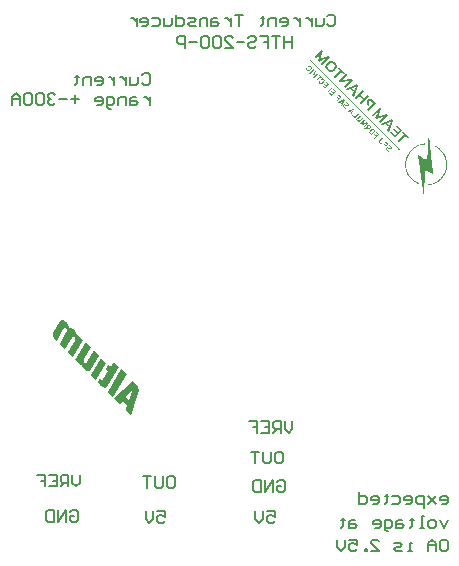
<source format=gbo>
G04*
G04 #@! TF.GenerationSoftware,Altium Limited,Altium Designer,18.1.11 (251)*
G04*
G04 Layer_Color=32896*
%FSLAX25Y25*%
%MOIN*%
G70*
G01*
G75*
%ADD27C,0.00787*%
G36*
X186719Y204829D02*
X186760Y204823D01*
X186823Y204806D01*
X186899Y204788D01*
X186986Y204759D01*
X187096Y204719D01*
X187200Y204672D01*
X187310Y204609D01*
X187328Y204603D01*
X187363Y204580D01*
X187421Y204545D01*
X187496Y204493D01*
X187589Y204423D01*
X187687Y204336D01*
X187797Y204249D01*
X187983Y204064D01*
X188029Y204006D01*
X188087Y203936D01*
X188151Y203861D01*
X188273Y203693D01*
X188279Y203687D01*
X188302Y203652D01*
X188331Y203600D01*
X188366Y203542D01*
X188412Y203461D01*
X188453Y203374D01*
X188546Y203176D01*
X188551Y203159D01*
X188569Y203130D01*
X188592Y203072D01*
X188621Y202997D01*
X188644Y202904D01*
X188673Y202805D01*
X188702Y202695D01*
X188719Y202573D01*
Y202562D01*
X188725Y202521D01*
X188731Y202457D01*
X188737Y202371D01*
Y202266D01*
X188731Y202156D01*
X188725Y202034D01*
X188714Y201907D01*
X188719Y201912D01*
X188748Y201930D01*
X188795Y201953D01*
X188847Y201982D01*
X188917Y202017D01*
X188992Y202046D01*
X189148Y202098D01*
X189160D01*
X189183Y202110D01*
X189224Y202115D01*
X189282Y202127D01*
X189346Y202133D01*
X189421Y202127D01*
X189502D01*
X189583Y202115D01*
X189595D01*
X189618Y202104D01*
X189664Y202092D01*
X189723Y202069D01*
X189798Y202040D01*
X189879Y202005D01*
X189960Y201959D01*
X190053Y201901D01*
X190065Y201889D01*
X190094Y201872D01*
X190146Y201843D01*
X190210Y201791D01*
X190291Y201733D01*
X190378Y201657D01*
X190476Y201570D01*
X190656Y201391D01*
X190691Y201344D01*
X190731Y201292D01*
X190784Y201240D01*
X190830Y201170D01*
X190946Y201020D01*
X191050Y200846D01*
X191155Y200660D01*
X191236Y200463D01*
X191242Y200457D01*
X191247Y200440D01*
X191253Y200411D01*
X191271Y200370D01*
X191282Y200324D01*
X191294Y200266D01*
X191323Y200121D01*
X191352Y199953D01*
X191375Y199756D01*
Y199547D01*
X191358Y199321D01*
X191375Y199303D01*
X191798Y199993D01*
X193526Y198265D01*
X190082Y192525D01*
X188372Y194236D01*
X190639Y198033D01*
X190644Y198039D01*
Y198051D01*
X190673Y198091D01*
X190702Y198155D01*
X190737Y198236D01*
X190778Y198335D01*
X190801Y198439D01*
X190818Y198549D01*
Y198665D01*
Y198677D01*
X190813Y198718D01*
X190795Y198770D01*
X190778Y198845D01*
X190743Y198926D01*
X190691Y199013D01*
X190627Y199112D01*
X190546Y199205D01*
X190505Y199245D01*
X190459Y199280D01*
X190395Y199321D01*
X190320Y199361D01*
X190239Y199396D01*
X190163Y199413D01*
X190076Y199408D01*
X190065D01*
X190041Y199396D01*
X189995Y199373D01*
X189943Y199344D01*
X189879Y199292D01*
X189804Y199216D01*
X189734Y199124D01*
X189659Y199002D01*
X187386Y195221D01*
X185675Y196932D01*
X187948Y200724D01*
X187954Y200730D01*
Y200741D01*
X187983Y200782D01*
X188012Y200846D01*
X188041Y200933D01*
X188082Y201031D01*
X188105Y201135D01*
X188122Y201246D01*
Y201362D01*
Y201373D01*
X188116Y201414D01*
X188099Y201466D01*
X188076Y201547D01*
X188041Y201628D01*
X187983Y201721D01*
X187919Y201820D01*
X187832Y201918D01*
X187792Y201959D01*
X187745Y201994D01*
X187681Y202034D01*
X187606Y202075D01*
X187531Y202104D01*
X187450Y202127D01*
X187368Y202115D01*
X187357D01*
X187334Y202104D01*
X187287Y202081D01*
X187235Y202052D01*
X187171Y201999D01*
X187102Y201930D01*
X187026Y201843D01*
X186951Y201721D01*
X184678Y197929D01*
X183878Y198729D01*
X183855Y198764D01*
X183820Y198799D01*
X183785Y198845D01*
X183704Y198961D01*
X183623Y199100D01*
X183536Y199268D01*
X183466Y199454D01*
X183420Y199663D01*
Y199674D01*
X183414Y199692D01*
Y199715D01*
X183408Y199756D01*
X183402Y199866D01*
Y200005D01*
X183414Y200167D01*
X183449Y200341D01*
X183507Y200515D01*
X183588Y200689D01*
X185554Y203977D01*
X185559Y203982D01*
X185565Y204000D01*
X185582Y204017D01*
X185606Y204052D01*
X185658Y204127D01*
X185728Y204232D01*
X185814Y204342D01*
X185907Y204446D01*
X186012Y204551D01*
X186122Y204638D01*
X186128Y204643D01*
X186133Y204649D01*
X186168Y204672D01*
X186232Y204701D01*
X186307Y204742D01*
X186389Y204777D01*
X186487Y204806D01*
X186597Y204823D01*
X186707Y204829D01*
X186719D01*
D02*
G37*
G36*
X205372Y189226D02*
X201719Y183103D01*
X201713Y183097D01*
X201708Y183080D01*
X201690Y183062D01*
X201667Y183027D01*
X201621Y182946D01*
X201545Y182848D01*
X201464Y182732D01*
X201377Y182622D01*
X201278Y182511D01*
X201180Y182424D01*
X201168Y182413D01*
X201133Y182390D01*
X201081Y182361D01*
X201012Y182326D01*
X200936Y182297D01*
X200844Y182274D01*
X200751Y182262D01*
X200652Y182268D01*
X200641D01*
X200606Y182280D01*
X200559Y182291D01*
X200490Y182314D01*
X200409Y182349D01*
X200310Y182390D01*
X200206Y182448D01*
X200090Y182517D01*
X200078Y182529D01*
X200038Y182558D01*
X199968Y182604D01*
X199887Y182674D01*
X199777Y182761D01*
X199661Y182865D01*
X199527Y182987D01*
X199243Y183271D01*
X199179Y183346D01*
X199011Y183514D01*
X198930Y183607D01*
X198890Y183648D01*
X198843Y183706D01*
X198779Y183770D01*
X198710Y183851D01*
X198635Y183938D01*
X198547Y184036D01*
X198455Y184141D01*
X199220Y185416D01*
X199580Y185057D01*
X199632Y185016D01*
X199696Y184976D01*
X199759Y184935D01*
X199823Y184918D01*
X199893Y184906D01*
X199904D01*
X199922Y184912D01*
X199957Y184924D01*
X199997Y184941D01*
X200049Y184970D01*
X200096Y185016D01*
X200154Y185074D01*
X200206Y185150D01*
X201847Y187881D01*
X201128Y188600D01*
X201905Y189887D01*
X202624Y189168D01*
X203656Y190942D01*
X205372Y189226D01*
D02*
G37*
G36*
X196083Y195708D02*
X193810Y191905D01*
X193805Y191899D01*
Y191887D01*
X193775Y191847D01*
X193746Y191783D01*
X193712Y191702D01*
X193677Y191597D01*
X193648Y191487D01*
X193631Y191377D01*
Y191261D01*
Y191249D01*
X193636Y191209D01*
X193648Y191151D01*
X193671Y191081D01*
X193706Y191000D01*
X193752Y190907D01*
X193816Y190809D01*
X193903Y190710D01*
X193944Y190670D01*
X193990Y190635D01*
X194048Y190600D01*
X194123Y190559D01*
X194199Y190530D01*
X194280Y190519D01*
X194367Y190525D01*
X194378D01*
X194407Y190542D01*
X194448Y190559D01*
X194500Y190600D01*
X194570Y190646D01*
X194639Y190716D01*
X194709Y190809D01*
X194790Y190925D01*
X197069Y194723D01*
X198779Y193012D01*
X196170Y188663D01*
X196164Y188658D01*
X196159Y188640D01*
X196141Y188623D01*
X196124Y188594D01*
X196066Y188513D01*
X196002Y188414D01*
X195915Y188304D01*
X195822Y188199D01*
X195724Y188101D01*
X195614Y188014D01*
X195602Y188002D01*
X195561Y187985D01*
X195509Y187956D01*
X195428Y187921D01*
X195341Y187892D01*
X195248Y187869D01*
X195138Y187863D01*
X195028Y187869D01*
X195016D01*
X194976Y187875D01*
X194918Y187886D01*
X194848Y187898D01*
X194755Y187921D01*
X194657Y187950D01*
X194553Y187997D01*
X194442Y188049D01*
X194431Y188060D01*
X194390Y188078D01*
X194338Y188118D01*
X194263Y188171D01*
X194176Y188234D01*
X194071Y188315D01*
X193967Y188408D01*
X193775Y188600D01*
X193746Y188640D01*
X193700Y188698D01*
X193648Y188750D01*
X193602Y188820D01*
X193491Y188965D01*
X193381Y189133D01*
X193283Y189313D01*
X193201Y189510D01*
X193196Y189516D01*
X193190Y189533D01*
X193184Y189562D01*
X193167Y189603D01*
X193155Y189649D01*
X193143Y189707D01*
X193109Y189846D01*
X193080Y190014D01*
X193062Y190206D01*
X193056Y190409D01*
X193068Y190629D01*
X193045Y190652D01*
X192627Y189968D01*
X190923Y191673D01*
X194373Y197419D01*
X196083Y195708D01*
D02*
G37*
G36*
X201273Y190519D02*
X197823Y184773D01*
X196112Y186483D01*
X199556Y192235D01*
X201273Y190519D01*
D02*
G37*
G36*
X207958Y186767D02*
X203418Y179177D01*
X201702Y180894D01*
X206248Y188478D01*
X207958Y186767D01*
D02*
G37*
G36*
X211118Y183607D02*
X211136Y183578D01*
X211199Y183514D01*
X211269Y183422D01*
X211350Y183317D01*
X211437Y183196D01*
X211524Y183062D01*
X211605Y182923D01*
X211611Y182917D01*
Y182906D01*
X211623Y182882D01*
X211634Y182859D01*
X211675Y182784D01*
X211715Y182685D01*
X211768Y182564D01*
X211814Y182424D01*
X211860Y182285D01*
X211901Y182129D01*
X211907Y182111D01*
X211912Y182059D01*
X211924Y181978D01*
X211947Y181874D01*
X211959Y181746D01*
X211970Y181607D01*
X211982Y181456D01*
Y181294D01*
Y181271D01*
Y181224D01*
X211970Y181143D01*
X211965Y181033D01*
X211947Y180911D01*
X211924Y180760D01*
X211901Y180610D01*
X211860Y180453D01*
X209605Y172991D01*
X207639Y174968D01*
X208225Y176481D01*
X206752Y177954D01*
X205755Y176841D01*
X203778Y178818D01*
X210069Y184657D01*
X211118Y183607D01*
D02*
G37*
G36*
X273543Y294563D02*
X272471Y291821D01*
X275244Y292862D01*
X275718Y292388D01*
X273203Y289872D01*
X272780Y290295D01*
X274522Y292037D01*
X272079Y290996D01*
X271687Y291388D01*
X272728Y293831D01*
X270986Y292089D01*
X270564Y292512D01*
X273079Y295027D01*
X273543Y294563D01*
D02*
G37*
G36*
X269027Y289656D02*
X269048D01*
X269141Y289646D01*
X269213Y289615D01*
X269275Y289594D01*
X269285Y289584D01*
X269368Y289543D01*
X269440Y289491D01*
X269553Y289378D01*
X269594Y289316D01*
X269615Y289275D01*
X269625Y289264D01*
X269667Y289202D01*
X269687Y289140D01*
X269708Y289099D01*
Y289079D01*
X269728Y289017D01*
Y288955D01*
Y288914D01*
Y288893D01*
X269708Y288790D01*
X269697Y288759D01*
Y288738D01*
X269667Y288666D01*
Y288646D01*
X269656Y288635D01*
X269615Y288573D01*
X269605Y288563D01*
X269594Y288553D01*
X269564Y288501D01*
X269543Y288460D01*
X269512Y288408D01*
X269502Y288398D01*
X269440Y288336D01*
X269378Y288274D01*
X269326Y288223D01*
X269316Y288213D01*
X269306Y288202D01*
X269213Y288109D01*
X269151Y288048D01*
X269100Y287996D01*
X269089Y287986D01*
X269027Y287945D01*
X268976Y287914D01*
X268945Y287903D01*
X268935Y287893D01*
X268904Y287862D01*
X268893Y287852D01*
X268883Y287841D01*
X268852Y287831D01*
X268831D01*
X268811Y287810D01*
X268801Y287800D01*
X268770Y287790D01*
X268749D01*
X268646Y287769D01*
X268605D01*
X268594Y287759D01*
X268471Y287780D01*
X268429D01*
X268409D01*
X268337Y287810D01*
X268275Y287831D01*
X268234Y287852D01*
X268223Y287862D01*
X268161Y287903D01*
X268099Y287945D01*
X267996Y288048D01*
X267945Y288120D01*
X267914Y288171D01*
X267904Y288182D01*
X267862Y288264D01*
X267842Y288347D01*
X267821Y288388D01*
Y288408D01*
X267831Y288501D01*
X267842Y288573D01*
X267852Y288625D01*
Y288646D01*
X267883Y288738D01*
X267914Y288831D01*
X267945Y288883D01*
X267955Y288914D01*
X268203Y288666D01*
X268161Y288563D01*
Y288481D01*
Y288419D01*
Y288398D01*
X268192Y288326D01*
X268234Y288264D01*
X268254Y288223D01*
X268337Y288140D01*
X268409Y288109D01*
X268429D01*
X268440Y288099D01*
X268481Y288078D01*
X268502D01*
X268564D01*
X268584D01*
X268656Y288089D01*
X268687Y288099D01*
X268739Y288130D01*
X268759Y288151D01*
X268801Y288171D01*
X268842Y288213D01*
X268883Y288233D01*
X268893Y288244D01*
X268955Y288305D01*
X269017Y288367D01*
X269058Y288408D01*
X269079Y288429D01*
X269141Y288491D01*
X269192Y288543D01*
X269234Y288584D01*
X269244Y288594D01*
X269285Y288656D01*
X269326Y288697D01*
Y288718D01*
X269337Y288728D01*
X269368Y288780D01*
X269388Y288800D01*
X269398Y288872D01*
X269409Y288903D01*
X269398Y288955D01*
Y288976D01*
Y289037D01*
Y289058D01*
X269357Y289120D01*
X269337Y289140D01*
X269306Y289192D01*
X269295Y289223D01*
X269223Y289275D01*
X269192Y289285D01*
X269182Y289295D01*
X269100Y289336D01*
X269069Y289347D01*
X269048D01*
X268955Y289336D01*
X268935D01*
X268924Y289326D01*
X268852Y289295D01*
X268821Y289285D01*
X268811Y289275D01*
X268564Y289522D01*
X268646Y289563D01*
X268728Y289584D01*
X268780Y289615D01*
X268801D01*
X268893Y289646D01*
X268966Y289656D01*
X269027D01*
D02*
G37*
G36*
X270945Y287780D02*
X270966D01*
X271100Y287749D01*
X271141Y287728D01*
X271151Y287718D01*
X271213Y287677D01*
X271285Y287625D01*
X271894Y287017D01*
X270471Y285594D01*
X270254Y285810D01*
X270863Y286419D01*
X270595Y286687D01*
X269677Y286388D01*
X269429Y286635D01*
X270378Y286945D01*
X270337Y287068D01*
X270326Y287182D01*
Y287264D01*
Y287285D01*
X270368Y287408D01*
X270429Y287511D01*
X270491Y287594D01*
X270502Y287604D01*
X270512Y287615D01*
X270595Y287677D01*
X270656Y287718D01*
X270708Y287749D01*
X270728D01*
X270811Y287769D01*
X270883Y287780D01*
X270945D01*
D02*
G37*
G36*
X276172Y291316D02*
X276409Y291305D01*
X276646Y291233D01*
X276852Y291130D01*
X277048Y291017D01*
X277203Y290903D01*
X277337Y290811D01*
X277440Y290707D01*
X277646Y290481D01*
X277801Y290244D01*
X277914Y290027D01*
X277987Y289831D01*
X278028Y289666D01*
X278048Y289543D01*
X278059Y289450D01*
Y289429D01*
X278028Y289192D01*
X277956Y288955D01*
X277852Y288749D01*
X277739Y288553D01*
X277615Y288388D01*
X277512Y288264D01*
X277481Y288213D01*
X277450Y288182D01*
X277430Y288161D01*
X277419Y288151D01*
X277182Y287955D01*
X276945Y287800D01*
X276718Y287697D01*
X276522Y287625D01*
X276358Y287563D01*
X276234Y287543D01*
X276151D01*
X276120Y287532D01*
X275883Y287563D01*
X275657Y287625D01*
X275450Y287728D01*
X275254Y287841D01*
X275100Y287955D01*
X274986Y288048D01*
X274935Y288078D01*
X274873Y288140D01*
X274667Y288367D01*
X274512Y288604D01*
X274399Y288821D01*
X274337Y289006D01*
X274285Y289161D01*
X274265Y289285D01*
X274254Y289378D01*
Y289398D01*
X274285Y289635D01*
X274358Y289872D01*
X274471Y290089D01*
X274584Y290285D01*
X274698Y290439D01*
X274791Y290574D01*
X274832Y290615D01*
X274863Y290646D01*
X274883Y290666D01*
X274894Y290677D01*
X275131Y290893D01*
X275368Y291048D01*
X275584Y291161D01*
X275770Y291244D01*
X275935Y291285D01*
X276059Y291305D01*
X276151Y291316D01*
X276172D01*
D02*
G37*
G36*
X270564Y288347D02*
X269141Y286924D01*
X268924Y287140D01*
X270347Y288563D01*
X270564Y288347D01*
D02*
G37*
G36*
X280780Y287326D02*
X280378Y286924D01*
X279646Y287656D01*
X277533Y285542D01*
X277069Y286006D01*
X279182Y288120D01*
X278461Y288842D01*
X278863Y289244D01*
X280780Y287326D01*
D02*
G37*
G36*
X273141Y285769D02*
X272955Y285584D01*
X272564Y285975D01*
X271326Y284738D01*
X271110Y284955D01*
X272347Y286192D01*
X271955Y286584D01*
X272141Y286769D01*
X273141Y285769D01*
D02*
G37*
G36*
X273296Y285388D02*
X273316D01*
X273409Y285377D01*
X273481Y285347D01*
X273533Y285336D01*
X273553Y285316D01*
X273636Y285274D01*
X273698Y285233D01*
X273821Y285109D01*
X273863Y285048D01*
X273893Y284996D01*
X273904Y284986D01*
X273945Y284924D01*
X273966Y284862D01*
X273976Y284831D01*
Y284810D01*
X273997Y284687D01*
Y284645D01*
Y284625D01*
X273986Y284511D01*
X273976Y284481D01*
Y284460D01*
X273935Y284398D01*
Y284377D01*
X273924Y284367D01*
X273883Y284305D01*
Y284285D01*
X273873Y284274D01*
X273842Y284223D01*
X273811Y284192D01*
X273770Y284151D01*
X273760Y284140D01*
X273698Y284078D01*
X273636Y284017D01*
X273584Y283965D01*
X273574Y283955D01*
X273564Y283944D01*
X273471Y283852D01*
X273409Y283790D01*
X273357Y283738D01*
X273347Y283728D01*
X273296Y283676D01*
X273244Y283645D01*
X273223Y283625D01*
X273213Y283614D01*
X273182Y283584D01*
X273172Y283573D01*
X273162Y283563D01*
X273131Y283553D01*
X273110D01*
X273079Y283542D01*
X273069Y283532D01*
X273038Y283522D01*
X273027Y283511D01*
X272914Y283501D01*
X272883Y283491D01*
X272863D01*
X272739Y283511D01*
X272698D01*
X272677D01*
X272553Y283553D01*
X272512Y283573D01*
X272502Y283584D01*
X272440Y283625D01*
X272368Y283676D01*
X272254Y283790D01*
X272213Y283852D01*
X272182Y283903D01*
X272172Y283913D01*
X272131Y283996D01*
X272120Y284068D01*
X272100Y284109D01*
Y284130D01*
Y284233D01*
Y284315D01*
X272110Y284367D01*
Y284388D01*
X272141Y284481D01*
X272182Y284563D01*
X272213Y284614D01*
X272234Y284635D01*
X272461Y284408D01*
X272419Y284305D01*
Y284223D01*
Y284161D01*
Y284140D01*
X272450Y284068D01*
X272491Y284006D01*
X272522Y283955D01*
X272615Y283862D01*
X272677Y283841D01*
X272698D01*
X272749Y283810D01*
X272770D01*
X272832D01*
X272852D01*
X272863Y283800D01*
X272924Y283821D01*
X272955Y283831D01*
X273007Y283862D01*
X273038Y283872D01*
X273079Y283893D01*
X273120Y283934D01*
X273151Y283965D01*
X273162Y283975D01*
X273223Y284037D01*
X273285Y284099D01*
X273326Y284140D01*
X273347Y284161D01*
X273409Y284223D01*
X273461Y284274D01*
X273502Y284315D01*
X273512Y284326D01*
X273564Y284377D01*
X273594Y284429D01*
X273605Y284439D01*
X273615Y284450D01*
X273646Y284501D01*
X273656Y284532D01*
X273677Y284594D01*
X273687Y284625D01*
X273667Y284687D01*
Y284707D01*
Y284769D01*
X273656Y284800D01*
X273636Y284841D01*
X273615Y284862D01*
X273574Y284924D01*
X273564Y284955D01*
X273553Y284965D01*
X273481Y285017D01*
X273450Y285027D01*
X273440Y285037D01*
X273368Y285068D01*
X273337Y285079D01*
X273326Y285068D01*
X273223D01*
X273203D01*
X273193Y285058D01*
X273110Y285037D01*
X273079Y285027D01*
X273069Y285017D01*
X272842Y285243D01*
X272924Y285285D01*
X272997Y285316D01*
X273048Y285347D01*
X273069D01*
X273162Y285377D01*
X273234Y285388D01*
X273296D01*
D02*
G37*
G36*
X275440Y283470D02*
X274017Y282047D01*
X273100Y282965D01*
X273306Y283171D01*
X274007Y282470D01*
X274419Y282882D01*
X273821Y283481D01*
X274017Y283676D01*
X274615Y283078D01*
X275028Y283491D01*
X274326Y284192D01*
X274522Y284388D01*
X275440Y283470D01*
D02*
G37*
G36*
X281492Y286615D02*
X279657Y284780D01*
X282832Y285274D01*
X283296Y284810D01*
X280780Y282295D01*
X280327Y282749D01*
X282193Y284614D01*
X278997Y284078D01*
X278523Y284553D01*
X281038Y287068D01*
X281492Y286615D01*
D02*
G37*
G36*
X276657Y282254D02*
X275234Y280831D01*
X274316Y281749D01*
X274522Y281955D01*
X275223Y281254D01*
X276440Y282470D01*
X276657Y282254D01*
D02*
G37*
G36*
X277873Y281037D02*
X276450Y279614D01*
X275543Y280522D01*
X275749Y280728D01*
X276440Y280037D01*
X276852Y280449D01*
X276254Y281047D01*
X276450Y281243D01*
X277048Y280645D01*
X277461Y281058D01*
X276770Y281749D01*
X276966Y281944D01*
X277873Y281037D01*
D02*
G37*
G36*
X285203Y282903D02*
X283760Y279315D01*
X283286Y279790D01*
X284492Y282666D01*
X283131Y282109D01*
X283636Y281604D01*
X283399Y281037D01*
X282564Y281872D01*
X281585Y281491D01*
X281090Y281986D01*
X284698Y283408D01*
X285203Y282903D01*
D02*
G37*
G36*
X279677Y279233D02*
X278255Y277810D01*
X277347Y278717D01*
X277553Y278924D01*
X278244Y278233D01*
X278657Y278645D01*
X278059Y279243D01*
X278255Y279439D01*
X278852Y278841D01*
X279265Y279254D01*
X278574Y279944D01*
X278770Y280140D01*
X279677Y279233D01*
D02*
G37*
G36*
X287049Y281058D02*
X286007Y280016D01*
X287255Y278769D01*
X288296Y279810D01*
X288770Y279336D01*
X286255Y276820D01*
X285781Y277295D01*
X286853Y278367D01*
X285605Y279614D01*
X284533Y278542D01*
X284069Y279006D01*
X286585Y281522D01*
X287049Y281058D01*
D02*
G37*
G36*
X281368Y277377D02*
X281461Y277346D01*
X281523Y277305D01*
X281543D01*
X281554Y277295D01*
X281657Y277233D01*
X281760Y277171D01*
X281925Y277006D01*
X281976Y276934D01*
X282017Y276872D01*
Y276851D01*
X282048Y276779D01*
X282079Y276707D01*
X282090Y276656D01*
Y276635D01*
X282079Y276542D01*
X282069Y276470D01*
X282048Y276429D01*
Y276408D01*
X281997Y276336D01*
X281956Y276274D01*
X281914Y276233D01*
X281894Y276212D01*
X281842Y276161D01*
X281780Y276119D01*
X281739Y276099D01*
X281729Y276089D01*
X281667Y276068D01*
X281605Y276047D01*
X281564D01*
X281543D01*
X281471Y276037D01*
X281399Y276047D01*
X281347Y276058D01*
X281327D01*
X281255Y276089D01*
X281182Y276140D01*
X281131Y276171D01*
X281121Y276181D01*
X281048Y276233D01*
X281017Y276243D01*
X280914Y276346D01*
X280832Y276387D01*
X280760Y276418D01*
X280718D01*
X280698D01*
X280636Y276398D01*
X280574Y276377D01*
X280543Y276346D01*
X280533Y276336D01*
X280471Y276253D01*
X280450Y276192D01*
Y276130D01*
Y276109D01*
X280492Y276027D01*
X280543Y275954D01*
X280595Y275882D01*
X280615Y275862D01*
X280708Y275789D01*
X280791Y275728D01*
X280853Y275686D01*
X280873Y275666D01*
X280966Y275635D01*
X281069Y275614D01*
X281141Y275604D01*
X281162D01*
X281141Y275295D01*
X280986Y275305D01*
X280863Y275346D01*
X280770Y275377D01*
X280749D01*
X280739Y275387D01*
X280615Y275470D01*
X280512Y275552D01*
X280461Y275583D01*
X280316Y275728D01*
X280255Y275831D01*
X280203Y275903D01*
X280172Y275975D01*
X280152Y276037D01*
X280131Y276078D01*
X280141Y276109D01*
X280131Y276119D01*
Y276202D01*
X280152Y276284D01*
X280213Y276429D01*
X280255Y276470D01*
X280286Y276521D01*
X280306Y276542D01*
X280316Y276552D01*
X280368Y276604D01*
X280419Y276635D01*
X280461Y276656D01*
X280471Y276666D01*
X280543Y276697D01*
X280605Y276717D01*
X280657Y276728D01*
X280677D01*
X280760D01*
X280822D01*
X280873Y276697D01*
X280894D01*
X280986Y276666D01*
X281048Y276625D01*
X281100Y276594D01*
X281213Y276480D01*
X281265Y276449D01*
X281286D01*
X281296Y276439D01*
X281347Y276408D01*
X281378Y276377D01*
X281409Y276367D01*
X281419Y276357D01*
X281492Y276346D01*
X281512D01*
X281585Y276377D01*
X281605D01*
X281657Y276408D01*
X281677Y276429D01*
X281729Y276501D01*
X281739Y276511D01*
X281750Y276521D01*
X281760Y276573D01*
X281770Y276604D01*
Y276645D01*
X281739Y276717D01*
Y276738D01*
X281729Y276748D01*
X281677Y276841D01*
X281646Y276872D01*
X281574Y276923D01*
X281502Y276975D01*
X281451Y277006D01*
X281430D01*
X281347Y277047D01*
X281255Y277078D01*
X281193Y277099D01*
X281172D01*
X281244Y277398D01*
X281368Y277377D01*
D02*
G37*
G36*
X280626Y278284D02*
X279729Y276336D01*
X279492Y276573D01*
X279698Y276985D01*
X279151Y277532D01*
X278739Y277326D01*
X278502Y277563D01*
X280450Y278460D01*
X280626Y278284D01*
D02*
G37*
G36*
X289059Y278656D02*
X289080D01*
X289224Y278635D01*
X289358Y278583D01*
X289492Y278532D01*
X289605Y278460D01*
X289698Y278387D01*
X289781Y278326D01*
X290977Y277130D01*
X288461Y274614D01*
X287997Y275078D01*
X290100Y277181D01*
X289461Y277820D01*
X289358Y277903D01*
X289255Y277944D01*
X289172Y277965D01*
X289152D01*
X289038Y277955D01*
X288935Y277893D01*
X288863Y277841D01*
X288853Y277831D01*
X288843Y277820D01*
X288781Y277738D01*
X288729Y277666D01*
X288688Y277501D01*
X288678Y277429D01*
X288667Y277377D01*
X288678Y277346D01*
Y277326D01*
X288698Y277222D01*
X288729Y277109D01*
X288843Y276893D01*
X288884Y276810D01*
X288935Y276738D01*
X288966Y276686D01*
X288977Y276676D01*
X288492Y276315D01*
X288348Y276542D01*
X288224Y276748D01*
X288131Y276944D01*
X288080Y277119D01*
X288038Y277243D01*
X288018Y277346D01*
X288007Y277418D01*
Y277439D01*
Y277625D01*
X288049Y277790D01*
X288100Y277944D01*
X288172Y278078D01*
X288234Y278181D01*
X288296Y278264D01*
X288337Y278305D01*
X288358Y278326D01*
X288492Y278439D01*
X288616Y278521D01*
X288739Y278583D01*
X288843Y278625D01*
X288946Y278645D01*
X289018Y278656D01*
X289059D01*
D02*
G37*
G36*
X283791Y275119D02*
X282894Y273171D01*
X282657Y273408D01*
X282863Y273820D01*
X282316Y274367D01*
X281904Y274161D01*
X281667Y274398D01*
X283615Y275295D01*
X283791Y275119D01*
D02*
G37*
G36*
X285378Y273532D02*
X283956Y272109D01*
X283038Y273026D01*
X283244Y273233D01*
X283956Y272521D01*
X285172Y273738D01*
X285378Y273532D01*
D02*
G37*
G36*
X285976Y272934D02*
X285059Y272016D01*
X285007Y271965D01*
X284976Y271913D01*
X284966Y271882D01*
X284956Y271872D01*
X284925Y271758D01*
X284914Y271727D01*
Y271707D01*
X284935Y271604D01*
Y271563D01*
X284945Y271552D01*
X285007Y271470D01*
X285100Y271377D01*
X285152Y271346D01*
X285183Y271315D01*
X285275Y271305D01*
X285306Y271294D01*
X285327D01*
X285399Y271305D01*
X285451Y271315D01*
X285492D01*
X285502Y271325D01*
X285605Y271387D01*
X285636Y271418D01*
X285647Y271428D01*
X286564Y272346D01*
X286781Y272130D01*
X285832Y271181D01*
X285750Y271119D01*
X285677Y271068D01*
X285626Y271037D01*
X285605Y271016D01*
X285502Y270995D01*
X285420D01*
X285348Y270985D01*
X285327D01*
X285234Y270995D01*
X285141Y271006D01*
X285090Y271037D01*
X285069D01*
X284976Y271088D01*
X284904Y271140D01*
X284832Y271212D01*
X284770Y271294D01*
X284719Y271367D01*
X284688Y271418D01*
X284667Y271439D01*
X284636Y271532D01*
X284615Y271614D01*
Y271676D01*
Y271697D01*
Y271800D01*
X284626Y271892D01*
X284657Y271944D01*
Y271965D01*
X284708Y272057D01*
X284750Y272140D01*
X284791Y272181D01*
X284811Y272202D01*
X285760Y273150D01*
X285976Y272934D01*
D02*
G37*
G36*
X292770Y275336D02*
X291709Y272583D01*
X294461Y273645D01*
X294956Y273150D01*
X292441Y270635D01*
X292007Y271068D01*
X293750Y272810D01*
X291306Y271769D01*
X290904Y272171D01*
X291966Y274594D01*
X290224Y272851D01*
X289791Y273284D01*
X292306Y275800D01*
X292770Y275336D01*
D02*
G37*
G36*
X288760Y269985D02*
X288843Y269965D01*
X288915Y269934D01*
X288956Y269913D01*
X288966Y269903D01*
X289028Y269862D01*
X289090Y269820D01*
X289708Y269202D01*
X288286Y267779D01*
X288069Y267995D01*
X288678Y268604D01*
X288389Y268892D01*
X287492Y268573D01*
X287224Y268841D01*
X288193Y269129D01*
X288141Y269264D01*
X288131Y269377D01*
Y269459D01*
Y269480D01*
X288172Y269604D01*
X288234Y269707D01*
X288296Y269789D01*
X288306Y269800D01*
X288317Y269810D01*
X288399Y269872D01*
X288461Y269913D01*
X288513Y269944D01*
X288533D01*
X288616Y269965D01*
X288688Y269975D01*
X288739Y269985D01*
X288760D01*
D02*
G37*
G36*
X287358Y271552D02*
X286832Y270222D01*
X288172Y270738D01*
X288379Y270532D01*
X286956Y269109D01*
X286739Y269325D01*
X287626Y270212D01*
X287616Y270222D01*
X286636Y269841D01*
X286451Y270026D01*
X286842Y270995D01*
X286832Y271006D01*
X285946Y270119D01*
X285729Y270336D01*
X287152Y271758D01*
X287358Y271552D01*
D02*
G37*
G36*
X296863Y271243D02*
X295420Y267655D01*
X294946Y268129D01*
X296142Y271016D01*
X294791Y270449D01*
X295307Y269934D01*
X295059Y269377D01*
X294214Y270222D01*
X293255Y269820D01*
X292740Y270336D01*
X296358Y271748D01*
X296863Y271243D01*
D02*
G37*
G36*
X299905Y268202D02*
X297389Y265686D01*
X295637Y267439D01*
X296039Y267841D01*
X297338Y266542D01*
X297997Y267202D01*
X296771Y268428D01*
X297183Y268841D01*
X298389Y267635D01*
X299028Y268274D01*
X297771Y269532D01*
X298173Y269934D01*
X299905Y268202D01*
D02*
G37*
G36*
X308833Y266201D02*
X308895Y265604D01*
X308946Y265057D01*
X308977Y264799D01*
X309008Y264562D01*
X309029Y264335D01*
X309039Y264140D01*
X309070Y263964D01*
X309080Y263810D01*
X309091Y263696D01*
X309101Y263603D01*
X309111Y263552D01*
Y263531D01*
X309163Y262923D01*
X309225Y262325D01*
X309286Y261768D01*
X309297Y261511D01*
X309328Y261274D01*
X309348Y261047D01*
X309369Y260841D01*
X309379Y260665D01*
X309400Y260521D01*
Y260397D01*
X309410Y260304D01*
X309420Y260253D01*
Y260232D01*
X309482Y259614D01*
X309544Y259016D01*
X309606Y258459D01*
X309637Y258201D01*
X309658Y257975D01*
X309678Y257748D01*
X309699Y257541D01*
X309730Y257366D01*
X309740Y257211D01*
X309750Y257098D01*
X309761Y257005D01*
X309771Y256954D01*
Y256933D01*
X309833Y256315D01*
X309895Y255717D01*
X309957Y255160D01*
X309977Y254892D01*
X310008Y254655D01*
X310029Y254428D01*
X310049Y254222D01*
X310070Y254036D01*
X310091Y253892D01*
Y253768D01*
X310101Y253675D01*
X310111Y253624D01*
Y253603D01*
X309864Y253727D01*
X309616Y253851D01*
X309389Y253954D01*
X309194Y254047D01*
X309018Y254139D01*
X308895Y254201D01*
X308812Y254242D01*
X308792D01*
X308781Y254253D01*
X308534Y254376D01*
X308307Y254500D01*
X308080Y254603D01*
X307874Y254706D01*
X307709Y254789D01*
X307575Y254861D01*
X307493Y254902D01*
X307472D01*
X307462Y254912D01*
X307431Y254655D01*
X307410Y254428D01*
X307400Y254335D01*
Y254273D01*
Y254232D01*
Y254211D01*
Y253964D01*
X307389Y253768D01*
X307379Y253675D01*
Y253613D01*
Y253572D01*
Y253552D01*
X307369Y253232D01*
X307359Y252912D01*
Y252624D01*
X307348Y252366D01*
X307338Y252150D01*
X307328Y251974D01*
Y251871D01*
X307338Y251840D01*
X307328Y251830D01*
X307317Y251510D01*
X307307Y251191D01*
X307297Y250892D01*
X307286Y250634D01*
X307276Y250417D01*
X307266Y250242D01*
Y250139D01*
X307276Y250108D01*
X307266Y250098D01*
X307255Y249778D01*
X307235Y249469D01*
Y249180D01*
X307224Y248923D01*
X307214Y248706D01*
X307204Y248531D01*
Y248428D01*
X307214Y248397D01*
X307204Y248387D01*
X307194Y248067D01*
X307183Y247747D01*
X307173Y247448D01*
X307163Y247191D01*
X307152Y246974D01*
X307142Y246799D01*
Y246696D01*
X307152Y246665D01*
X307142Y246655D01*
X307152Y246582D01*
Y246520D01*
X307173Y246459D01*
Y246438D01*
Y246356D01*
X307152Y246314D01*
X307111Y246294D01*
X307101Y246283D01*
X307080D01*
X307060D01*
X307039Y246325D01*
X307018Y246366D01*
Y246387D01*
X307008Y246479D01*
Y246562D01*
Y246603D01*
Y246624D01*
X306915Y247211D01*
X306833Y247789D01*
X306750Y248325D01*
X306719Y248582D01*
X306678Y248809D01*
X306647Y249026D01*
X306627Y249211D01*
X306606Y249397D01*
X306585Y249541D01*
X306565Y249644D01*
X306554Y249737D01*
X306544Y249789D01*
Y249809D01*
X306462Y250407D01*
X306379Y250985D01*
X306307Y251510D01*
X306266Y251758D01*
X306235Y251995D01*
X306204Y252211D01*
X306173Y252407D01*
X306152Y252572D01*
X306132Y252717D01*
X306121Y252830D01*
X306101Y252912D01*
X306090Y252964D01*
Y252985D01*
X306008Y253583D01*
X305925Y254160D01*
X305853Y254706D01*
X305812Y254954D01*
X305791Y255181D01*
X305761Y255397D01*
X305730Y255593D01*
X305709Y255758D01*
X305688Y255902D01*
X305668Y256005D01*
X305658Y256098D01*
X305647Y256150D01*
Y256170D01*
X305565Y256768D01*
X305482Y257346D01*
X305410Y257892D01*
X305369Y258139D01*
X305338Y258377D01*
X305307Y258593D01*
X305276Y258789D01*
X305245Y258964D01*
X305224Y259108D01*
X305204Y259212D01*
X305193Y259304D01*
X305183Y259356D01*
Y259377D01*
X305173Y259469D01*
Y259552D01*
X305163Y259603D01*
Y259624D01*
X305152Y259717D01*
X305132Y259799D01*
X305121Y259871D01*
Y259892D01*
X305410Y259727D01*
X305699Y259562D01*
X305956Y259407D01*
X306183Y259284D01*
X306369Y259160D01*
X306462Y259108D01*
X306523Y259067D01*
X306585Y259047D01*
X306616Y259016D01*
X306647Y259005D01*
X306658Y258995D01*
X306946Y258830D01*
X307224Y258676D01*
X307472Y258531D01*
X307709Y258397D01*
X307905Y258284D01*
X307998Y258232D01*
X308060Y258191D01*
X308111Y258160D01*
X308152Y258139D01*
X308183Y258129D01*
X308194Y258119D01*
X308214Y258531D01*
X308235Y258923D01*
X308256Y259294D01*
X308276Y259624D01*
X308286Y259902D01*
X308297Y260119D01*
X308307Y260191D01*
Y260253D01*
Y260274D01*
Y260294D01*
X308328Y260706D01*
X308348Y261098D01*
X308369Y261469D01*
X308389Y261799D01*
X308400Y262078D01*
X308410Y262294D01*
X308420Y262366D01*
Y262428D01*
Y262449D01*
Y262470D01*
X308451Y262872D01*
X308472Y263263D01*
X308493Y263634D01*
X308524Y263954D01*
X308534Y264232D01*
X308544Y264449D01*
X308555Y264521D01*
Y264583D01*
Y264603D01*
Y264624D01*
X308575Y265037D01*
X308596Y265428D01*
X308627Y265789D01*
X308647Y266119D01*
X308658Y266397D01*
X308668Y266614D01*
X308678Y266686D01*
Y266748D01*
Y266769D01*
Y266789D01*
X308699D01*
X308719D01*
X308761Y266810D01*
X308771Y266820D01*
X308833Y266201D01*
D02*
G37*
G36*
X290038Y268583D02*
X290162D01*
X290203Y268562D01*
X290224D01*
X290296Y268552D01*
X290348Y268521D01*
X290389Y268501D01*
X290399Y268490D01*
X290461Y268449D01*
X290523Y268408D01*
X290636Y268294D01*
X290667Y268243D01*
X290698Y268191D01*
X290708Y268181D01*
X290750Y268119D01*
X290770Y268057D01*
X290781Y268026D01*
Y268006D01*
X290801Y267944D01*
Y267882D01*
Y267841D01*
Y267820D01*
X290781Y267717D01*
Y267676D01*
X290770Y267666D01*
X290739Y267593D01*
Y267573D01*
X290729Y267562D01*
X290688Y267501D01*
Y267480D01*
X290678Y267470D01*
X290636Y267428D01*
X290605Y267397D01*
X290575Y267346D01*
X290564Y267336D01*
X290513Y267263D01*
X290451Y267202D01*
X290399Y267150D01*
X290389Y267140D01*
X290379Y267129D01*
X290286Y267037D01*
X290214Y266985D01*
X290162Y266933D01*
X290152Y266923D01*
X290090Y266882D01*
X290049Y266841D01*
X290028Y266820D01*
X290018Y266810D01*
X289977Y266789D01*
X289966Y266779D01*
X289956Y266769D01*
X289925Y266758D01*
X289915Y266748D01*
X289884Y266738D01*
X289873Y266727D01*
X289843Y266717D01*
X289822D01*
X289719Y266696D01*
X289688Y266686D01*
X289667D01*
X289544Y266707D01*
X289502D01*
X289482D01*
X289358Y266748D01*
X289317Y266769D01*
X289306Y266779D01*
X289245Y266820D01*
X289183Y266861D01*
X289069Y266975D01*
X289028Y267037D01*
X289007Y267078D01*
X288997Y267088D01*
X288966Y267160D01*
X288935Y267212D01*
Y267253D01*
X288925Y267263D01*
X288915Y267336D01*
Y267397D01*
X288904Y267428D01*
Y267449D01*
X288915Y267562D01*
X288925Y267593D01*
X288935Y267604D01*
X288956Y267666D01*
X288966Y267696D01*
X289007Y267779D01*
Y267799D01*
X289018Y267810D01*
X289059Y267851D01*
X289100Y267892D01*
X289131Y267923D01*
X289141Y267934D01*
X289203Y268016D01*
X289276Y268088D01*
X289327Y268140D01*
X289337Y268150D01*
X289348Y268160D01*
X289430Y268243D01*
X289492Y268305D01*
X289544Y268336D01*
X289554Y268346D01*
X289605Y268397D01*
X289647Y268439D01*
X289667Y268459D01*
X289678Y268470D01*
X289750Y268501D01*
X289781Y268511D01*
X289853Y268542D01*
X289884Y268552D01*
X289987Y268573D01*
X290018Y268583D01*
X290038D01*
D02*
G37*
G36*
X292203Y266707D02*
X290781Y265284D01*
X290564Y265500D01*
X291172Y266109D01*
X290575Y266707D01*
X290770Y266903D01*
X291368Y266305D01*
X291791Y266727D01*
X291100Y267418D01*
X291296Y267614D01*
X292203Y266707D01*
D02*
G37*
G36*
X302090Y266016D02*
X301688Y265614D01*
X300956Y266346D01*
X298843Y264232D01*
X298379Y264696D01*
X300492Y266810D01*
X299760Y267542D01*
X300162Y267944D01*
X302090Y266016D01*
D02*
G37*
G36*
X307400Y263738D02*
X307420Y263408D01*
X306987Y263366D01*
X306575Y263304D01*
X306204Y263222D01*
X305884Y263129D01*
X305606Y263036D01*
X305492Y263006D01*
X305389Y262964D01*
X305317Y262933D01*
X305255Y262913D01*
X305224Y262902D01*
X305214Y262892D01*
X304833Y262717D01*
X304482Y262511D01*
X304163Y262315D01*
X303894Y262129D01*
X303781Y262036D01*
X303668Y261964D01*
X303585Y261882D01*
X303503Y261820D01*
X303431Y261768D01*
X303389Y261727D01*
X303369Y261707D01*
X303358Y261696D01*
X303070Y261408D01*
X302812Y261129D01*
X302575Y260830D01*
X302379Y260573D01*
X302296Y260449D01*
X302224Y260335D01*
X302163Y260232D01*
X302111Y260139D01*
X302059Y260067D01*
X302028Y260016D01*
X302018Y259985D01*
X302008Y259975D01*
X301812Y259593D01*
X301657Y259232D01*
X301534Y258861D01*
X301431Y258531D01*
X301389Y258387D01*
X301358Y258253D01*
X301317Y258129D01*
X301296Y258026D01*
X301286Y257954D01*
X301276Y257882D01*
X301266Y257851D01*
Y257830D01*
X301204Y257397D01*
X301183Y256985D01*
X301193Y256603D01*
X301204Y256263D01*
X301224Y255974D01*
X301245Y255851D01*
X301255Y255758D01*
X301266Y255665D01*
X301276Y255614D01*
X301286Y255583D01*
Y255562D01*
X301379Y255160D01*
X301482Y254768D01*
X301606Y254418D01*
X301729Y254108D01*
X301843Y253851D01*
X301884Y253748D01*
X301936Y253655D01*
X301967Y253583D01*
X301997Y253531D01*
X302008Y253500D01*
X302018Y253490D01*
X302224Y253139D01*
X302462Y252820D01*
X302699Y252521D01*
X302905Y252273D01*
X303400Y251778D01*
X303730Y251510D01*
X304049Y251273D01*
X304379Y251067D01*
X304688Y250902D01*
X304822Y250830D01*
X304946Y250768D01*
X305049Y250706D01*
X305152Y250665D01*
X305235Y250624D01*
X305297Y250603D01*
X305328Y250593D01*
X305338Y250583D01*
X305204Y250284D01*
X304740Y250500D01*
X304534Y250603D01*
X304348Y250706D01*
X304193Y250799D01*
X304080Y250871D01*
X303998Y250912D01*
X303977Y250933D01*
X303761Y251088D01*
X303565Y251242D01*
X303389Y251376D01*
X303224Y251521D01*
X303101Y251644D01*
X302998Y251727D01*
X302915Y251809D01*
X302678Y252067D01*
X302565Y252181D01*
X302482Y252284D01*
X302410Y252376D01*
X302338Y252449D01*
X302307Y252500D01*
X302296Y252510D01*
X302090Y252799D01*
X302008Y252923D01*
X301925Y253046D01*
X301864Y253150D01*
X301812Y253242D01*
X301781Y253294D01*
X301771Y253304D01*
X301565Y253696D01*
X301400Y254088D01*
X301255Y254459D01*
X301142Y254799D01*
X301101Y254943D01*
X301059Y255088D01*
X301039Y255211D01*
X301018Y255315D01*
X300997Y255397D01*
X300977Y255459D01*
Y255500D01*
X300967Y255510D01*
X300894Y255954D01*
X300874Y256387D01*
X300864Y256789D01*
X300874Y257150D01*
X300894Y257438D01*
X300905Y257572D01*
X300925Y257676D01*
X300936Y257768D01*
Y257830D01*
X300946Y257861D01*
Y257882D01*
X301028Y258315D01*
X301152Y258727D01*
X301276Y259098D01*
X301400Y259428D01*
X301461Y259573D01*
X301534Y259706D01*
X301585Y259820D01*
X301626Y259923D01*
X301657Y259995D01*
X301699Y260057D01*
X301709Y260088D01*
X301719Y260098D01*
X301956Y260480D01*
X302193Y260841D01*
X302441Y261150D01*
X302668Y261418D01*
X302771Y261542D01*
X302874Y261645D01*
X302967Y261737D01*
X303039Y261810D01*
X303101Y261872D01*
X303142Y261913D01*
X303173Y261944D01*
X303183Y261954D01*
X303523Y262232D01*
X303864Y262490D01*
X304193Y262696D01*
X304492Y262872D01*
X304637Y262954D01*
X304761Y263016D01*
X304874Y263067D01*
X304967Y263119D01*
X305049Y263160D01*
X305111Y263181D01*
X305142Y263191D01*
X305152Y263201D01*
X305554Y263356D01*
X305967Y263480D01*
X306338Y263583D01*
X306688Y263645D01*
X306833Y263665D01*
X306977Y263686D01*
X307101Y263707D01*
X307194Y263717D01*
X307286Y263727D01*
X307348D01*
X307379Y263738D01*
X307400D01*
D02*
G37*
G36*
X293379Y265531D02*
X292461Y264614D01*
X292410Y264562D01*
X292379Y264511D01*
X292368Y264480D01*
X292358Y264470D01*
X292337Y264408D01*
X292327Y264356D01*
Y264315D01*
Y264294D01*
X292348Y264191D01*
Y264150D01*
X292358Y264140D01*
X292379Y264098D01*
X292502Y263975D01*
X292554Y263944D01*
X292585Y263913D01*
X292688Y263892D01*
X292719Y263882D01*
X292740D01*
X292853Y263913D01*
X292894D01*
X292904Y263923D01*
X293008Y263985D01*
X293039Y264016D01*
X293049Y264026D01*
X293966Y264944D01*
X294183Y264727D01*
X293234Y263779D01*
X293152Y263717D01*
X293080Y263665D01*
X293028Y263634D01*
X293008Y263614D01*
X292904Y263593D01*
X292822D01*
X292750Y263583D01*
X292729D01*
X292636Y263593D01*
X292544Y263603D01*
X292492Y263634D01*
X292472D01*
X292379Y263686D01*
X292306Y263738D01*
X292245Y263799D01*
X292173Y263892D01*
X292121Y263964D01*
X292090Y264016D01*
X292069Y264036D01*
X292038Y264129D01*
X292018Y264212D01*
Y264274D01*
Y264294D01*
Y264397D01*
X292028Y264490D01*
X292059Y264542D01*
Y264562D01*
X292111Y264655D01*
X292152Y264738D01*
X292193Y264779D01*
X292214Y264799D01*
X293162Y265748D01*
X293379Y265531D01*
D02*
G37*
G36*
X295338Y263573D02*
X293915Y262150D01*
X293698Y262366D01*
X294307Y262975D01*
X293709Y263573D01*
X293904Y263769D01*
X294502Y263171D01*
X294925Y263593D01*
X294224Y264294D01*
X294420Y264490D01*
X295338Y263573D01*
D02*
G37*
G36*
X295698Y263047D02*
X295791Y263016D01*
X295853Y262975D01*
X295874D01*
X295884Y262964D01*
X295997Y262892D01*
X296100Y262830D01*
X296265Y262665D01*
X296317Y262593D01*
X296348Y262542D01*
X296358Y262511D01*
X296389Y262439D01*
X296410Y262377D01*
X296420Y262325D01*
Y262304D01*
X296410Y262212D01*
X296399Y262140D01*
X296389Y262088D01*
Y262067D01*
X296348Y261985D01*
X296307Y261923D01*
X296265Y261882D01*
X296245Y261861D01*
X296183Y261820D01*
X296121Y261779D01*
X296080Y261758D01*
X296070Y261748D01*
X296008Y261727D01*
X295936Y261717D01*
X295905Y261707D01*
X295884D01*
X295801D01*
X295729Y261717D01*
X295678Y261727D01*
X295657D01*
X295585Y261758D01*
X295523Y261799D01*
X295472Y261830D01*
X295461Y261841D01*
X295410Y261872D01*
X295379Y261902D01*
X295348Y261913D01*
X295245Y262016D01*
X295162Y262057D01*
X295100Y262078D01*
X295059D01*
X295039D01*
X294966Y262067D01*
X294915Y262036D01*
X294874Y262016D01*
X294863Y262005D01*
X294801Y261923D01*
X294781Y261861D01*
Y261799D01*
Y261779D01*
X294822Y261696D01*
X294874Y261624D01*
X294925Y261552D01*
X294946Y261531D01*
X295039Y261459D01*
X295121Y261397D01*
X295183Y261356D01*
X295203Y261335D01*
X295307Y261294D01*
X295399Y261284D01*
X295472Y261274D01*
X295492D01*
X295482Y260954D01*
X295317Y260975D01*
X295193Y261016D01*
X295100Y261047D01*
X295080D01*
X295070Y261057D01*
X294946Y261139D01*
X294843Y261222D01*
X294791Y261253D01*
X294647Y261397D01*
X294595Y261490D01*
X294544Y261562D01*
X294513Y261634D01*
X294492Y261696D01*
X294472Y261737D01*
X294482Y261768D01*
X294472Y261779D01*
Y261861D01*
X294492Y261944D01*
X294554Y262088D01*
X294585Y262140D01*
X294616Y262191D01*
X294637Y262212D01*
X294647Y262222D01*
X294698Y262274D01*
X294750Y262304D01*
X294791Y262325D01*
X294801Y262335D01*
X294874Y262366D01*
X294935Y262387D01*
X294987Y262397D01*
X295008D01*
X295090D01*
X295152D01*
X295203Y262366D01*
X295224D01*
X295317Y262335D01*
X295379Y262294D01*
X295430Y262263D01*
X295544Y262150D01*
X295595Y262119D01*
X295616D01*
X295626Y262109D01*
X295678Y262078D01*
X295709Y262047D01*
X295740Y262036D01*
X295750Y262026D01*
X295822Y262016D01*
X295843D01*
X295925Y262036D01*
X295946D01*
X295997Y262067D01*
X296018Y262088D01*
X296070Y262160D01*
Y262181D01*
X296080Y262191D01*
X296090Y262243D01*
X296100Y262274D01*
Y262315D01*
X296070Y262387D01*
Y262408D01*
X296059Y262418D01*
X296018Y262500D01*
X295987Y262531D01*
X295905Y262593D01*
X295843Y262634D01*
X295791Y262665D01*
X295760Y262676D01*
X295678Y262717D01*
X295585Y262748D01*
X295523Y262768D01*
X295502D01*
X295575Y263067D01*
X295698Y263047D01*
D02*
G37*
G36*
X299059Y261851D02*
X298843Y261634D01*
X268718Y291759D01*
X268935Y291976D01*
X299059Y261851D01*
D02*
G37*
G36*
X311080Y262964D02*
X311441Y262748D01*
X311771Y262542D01*
X312049Y262325D01*
X312173Y262243D01*
X312286Y262150D01*
X312379Y262078D01*
X312452Y262005D01*
X312524Y261954D01*
X312915Y261562D01*
X313183Y261253D01*
X313421Y260954D01*
X313627Y260686D01*
X313720Y260552D01*
X313792Y260438D01*
X313854Y260335D01*
X313905Y260243D01*
X313957Y260170D01*
X313988Y260119D01*
X313998Y260088D01*
X314008Y260078D01*
X314194Y259706D01*
X314349Y259325D01*
X314472Y258975D01*
X314575Y258645D01*
X314616Y258500D01*
X314647Y258366D01*
X314689Y258243D01*
X314709Y258139D01*
X314720Y258067D01*
X314740Y258005D01*
X314751Y257975D01*
Y257954D01*
X314802Y257531D01*
X314833Y257108D01*
Y256717D01*
X314812Y256366D01*
X314792Y256057D01*
Y255933D01*
X314771Y255830D01*
X314761Y255737D01*
Y255675D01*
X314751Y255644D01*
Y255624D01*
X314658Y255201D01*
X314555Y254789D01*
X314421Y254428D01*
X314297Y254098D01*
X314235Y253954D01*
X314183Y253820D01*
X314122Y253717D01*
X314091Y253624D01*
X314050Y253541D01*
X314019Y253490D01*
X314008Y253459D01*
X313998Y253449D01*
X313781Y253088D01*
X313555Y252737D01*
X313328Y252428D01*
X313101Y252160D01*
X313008Y252046D01*
X312905Y251943D01*
X312833Y251851D01*
X312761Y251778D01*
X312699Y251716D01*
X312658Y251675D01*
X312627Y251644D01*
X312616Y251634D01*
X312297Y251356D01*
X311977Y251119D01*
X311658Y250902D01*
X311359Y250727D01*
X311235Y250644D01*
X311111Y250583D01*
X311008Y250521D01*
X310915Y250490D01*
X310843Y250438D01*
X310781Y250417D01*
X310750Y250407D01*
X310740Y250397D01*
X310348Y250232D01*
X309946Y250098D01*
X309565Y249985D01*
X309214Y249902D01*
X309060Y249871D01*
X308926Y249840D01*
X308802Y249820D01*
X308688Y249809D01*
X308606Y249789D01*
X308544D01*
X308513Y249778D01*
X308493D01*
X308472Y250108D01*
X308884Y250170D01*
X309286Y250242D01*
X309647Y250335D01*
X309957Y250438D01*
X310225Y250521D01*
X310338Y250572D01*
X310431Y250603D01*
X310503Y250634D01*
X310565Y250655D01*
X310596Y250665D01*
X310606Y250675D01*
X310977Y250861D01*
X311307Y251067D01*
X311627Y251263D01*
X311884Y251459D01*
X311998Y251531D01*
X312101Y251613D01*
X312183Y251696D01*
X312266Y251758D01*
X312328Y251799D01*
X312369Y251840D01*
X312390Y251861D01*
X312400Y251871D01*
X312689Y252160D01*
X312936Y252449D01*
X313163Y252737D01*
X313348Y253005D01*
X313431Y253129D01*
X313513Y253232D01*
X313575Y253335D01*
X313616Y253418D01*
X313668Y253490D01*
X313699Y253541D01*
X313709Y253572D01*
X313720Y253583D01*
X313905Y253954D01*
X314050Y254325D01*
X314173Y254675D01*
X314266Y254995D01*
X314307Y255139D01*
X314338Y255273D01*
X314369Y255387D01*
X314390Y255490D01*
X314410Y255572D01*
X314421Y255624D01*
Y255665D01*
X314431Y255675D01*
X314482Y256098D01*
X314513Y256500D01*
X314524Y256882D01*
X314503Y257211D01*
X314482Y257500D01*
X314472Y257614D01*
X314462Y257706D01*
X314452Y257799D01*
X314441Y257851D01*
Y257892D01*
X314431Y257902D01*
X314338Y258304D01*
X314235Y258676D01*
X314122Y259016D01*
X313998Y259325D01*
X313895Y259573D01*
X313843Y259686D01*
X313802Y259768D01*
X313771Y259840D01*
X313740Y259892D01*
X313730Y259923D01*
X313720Y259933D01*
X313513Y260284D01*
X313297Y260603D01*
X313070Y260892D01*
X312864Y261139D01*
X312771Y261253D01*
X312689Y261356D01*
X312400Y261645D01*
X312091Y261913D01*
X311781Y262160D01*
X311462Y262377D01*
X311173Y262542D01*
X311049Y262624D01*
X310926Y262686D01*
X310823Y262748D01*
X310730Y262779D01*
X310658Y262830D01*
X310596Y262851D01*
X310565Y262861D01*
X310555Y262872D01*
X310688Y263150D01*
X311080Y262964D01*
D02*
G37*
%LPC*%
G36*
X210231Y181850D02*
X207848Y179177D01*
X208874Y178151D01*
X210231Y181850D01*
D02*
G37*
G36*
X270945Y287511D02*
X270863Y287491D01*
X270842D01*
X270832Y287481D01*
X270749Y287439D01*
X270728Y287419D01*
X270718Y287408D01*
X270656Y287347D01*
X270646Y287316D01*
X270636Y287305D01*
X270605Y287233D01*
Y287213D01*
Y287192D01*
X270615Y287099D01*
X270625Y287068D01*
X270636Y287058D01*
X270687Y286986D01*
X271058Y286615D01*
X271491Y287048D01*
X271089Y287450D01*
X271069D01*
X271058Y287460D01*
X270976Y287501D01*
X270955D01*
X270945Y287511D01*
D02*
G37*
G36*
X276244Y290646D02*
X276090Y290615D01*
X275935Y290563D01*
X275801Y290491D01*
X275667Y290419D01*
X275553Y290326D01*
X275471Y290264D01*
X275419Y290213D01*
X275399Y290192D01*
X275254Y290027D01*
X275141Y289872D01*
X275059Y289728D01*
X274997Y289604D01*
X274966Y289491D01*
X274945Y289408D01*
X274935Y289357D01*
Y289336D01*
Y289192D01*
X274966Y289037D01*
X275017Y288903D01*
X275089Y288790D01*
X275151Y288687D01*
X275213Y288604D01*
X275275Y288543D01*
X275419Y288419D01*
X275564Y288316D01*
X275708Y288254D01*
X275832Y288213D01*
X275935Y288192D01*
X276017D01*
X276069Y288182D01*
X276090D01*
X276244Y288213D01*
X276399Y288264D01*
X276543Y288347D01*
X276677Y288419D01*
X276790Y288512D01*
X276873Y288573D01*
X276925Y288625D01*
X276945Y288646D01*
X277090Y288810D01*
X277203Y288965D01*
X277275Y289099D01*
X277327Y289233D01*
X277368Y289336D01*
X277389Y289419D01*
X277399Y289470D01*
Y289491D01*
X277389Y289646D01*
X277347Y289790D01*
X277296Y289924D01*
X277213Y290048D01*
X277151Y290151D01*
X277090Y290233D01*
X277028Y290295D01*
X276883Y290419D01*
X276749Y290512D01*
X276605Y290574D01*
X276502Y290615D01*
X276399Y290635D01*
X276306Y290646D01*
X276265D01*
X276244D01*
D02*
G37*
G36*
X280255Y278078D02*
X279419Y277656D01*
X279832Y277243D01*
X280255Y278078D01*
D02*
G37*
G36*
X283409Y274923D02*
X282574Y274501D01*
X282997Y274078D01*
X283409Y274923D01*
D02*
G37*
G36*
X288708Y269707D02*
X288667Y269686D01*
X288647D01*
X288636Y269676D01*
X288554Y269635D01*
X288533Y269614D01*
X288523Y269604D01*
X288471Y269532D01*
X288461Y269501D01*
X288451Y269490D01*
X288420Y269418D01*
Y269397D01*
Y269377D01*
Y269336D01*
Y269294D01*
X288430Y269264D01*
X288440Y269253D01*
X288502Y269171D01*
X288873Y268800D01*
X289306Y269233D01*
X288894Y269645D01*
X288873D01*
X288863Y269655D01*
X288822Y269676D01*
X288791Y269686D01*
X288760Y269696D01*
X288708Y269707D01*
D02*
G37*
G36*
X290049Y268264D02*
X289987Y268243D01*
X289966D01*
X289956Y268232D01*
X289894Y268212D01*
X289873D01*
X289863Y268202D01*
X289832Y268171D01*
X289791Y268129D01*
X289760Y268098D01*
X289750Y268088D01*
X289688Y268047D01*
X289626Y267985D01*
X289595Y267954D01*
X289574Y267934D01*
X289502Y267861D01*
X289440Y267799D01*
X289409Y267748D01*
X289399Y267738D01*
X289348Y267686D01*
X289317Y267655D01*
X289296Y267635D01*
X289286Y267624D01*
X289265Y267562D01*
Y267542D01*
X289255Y267531D01*
X289234Y267470D01*
Y267449D01*
X289224Y267439D01*
X289214Y267387D01*
Y267367D01*
X289234Y267325D01*
Y267305D01*
X289245Y267294D01*
X289265Y267232D01*
Y267212D01*
X289420Y267057D01*
X289482Y267037D01*
X289513Y267026D01*
X289564Y266995D01*
X289585D01*
X289636Y267006D01*
X289657D01*
X289729Y267016D01*
X289760Y267026D01*
X289812Y267057D01*
X289843Y267068D01*
X289873Y267098D01*
X289915Y267140D01*
X289956Y267160D01*
X289966Y267171D01*
X290028Y267232D01*
X290090Y267294D01*
X290131Y267336D01*
X290152Y267356D01*
X290214Y267418D01*
X290265Y267470D01*
X290306Y267511D01*
X290317Y267521D01*
X290358Y267583D01*
X290399Y267624D01*
X290409Y267635D01*
X290420Y267645D01*
X290451Y267696D01*
X290461Y267727D01*
X290471Y267799D01*
X290482Y267830D01*
Y267872D01*
Y267892D01*
Y267954D01*
X290471Y267985D01*
X290441Y268037D01*
X290420Y268057D01*
X290379Y268119D01*
X290368Y268150D01*
X290306Y268191D01*
X290276Y268202D01*
X290224Y268253D01*
X290203D01*
X290131Y268264D01*
X290111D01*
X290069D01*
X290049D01*
D02*
G37*
%LPD*%
D27*
X213124Y286401D02*
X213780Y287057D01*
X215092D01*
X215748Y286401D01*
Y283777D01*
X215092Y283121D01*
X213780D01*
X213124Y283777D01*
X211812Y285745D02*
Y283777D01*
X211156Y283121D01*
X209189D01*
Y285745D01*
X207876D02*
Y283121D01*
Y284433D01*
X207221Y285089D01*
X206565Y285745D01*
X205909D01*
X203941D02*
Y283121D01*
Y284433D01*
X203285Y285089D01*
X202629Y285745D01*
X201973D01*
X198037Y283121D02*
X199349D01*
X200005Y283777D01*
Y285089D01*
X199349Y285745D01*
X198037D01*
X197381Y285089D01*
Y284433D01*
X200005D01*
X196069Y283121D02*
Y285745D01*
X194102D01*
X193446Y285089D01*
Y283121D01*
X191478Y286401D02*
Y285745D01*
X192134D01*
X190822D01*
X191478D01*
Y283777D01*
X190822Y283121D01*
X215748Y279133D02*
Y276509D01*
Y277821D01*
X215092Y278477D01*
X214436Y279133D01*
X213780D01*
X211156D02*
X209844D01*
X209189Y278477D01*
Y276509D01*
X211156D01*
X211812Y277165D01*
X211156Y277821D01*
X209189D01*
X207876Y276509D02*
Y279133D01*
X205909D01*
X205253Y278477D01*
Y276509D01*
X202629Y275197D02*
X201973D01*
X201317Y275853D01*
Y279133D01*
X203285D01*
X203941Y278477D01*
Y277165D01*
X203285Y276509D01*
X201317D01*
X198037D02*
X199349D01*
X200005Y277165D01*
Y278477D01*
X199349Y279133D01*
X198037D01*
X197381Y278477D01*
Y277821D01*
X200005D01*
X192134Y278477D02*
X189510D01*
X190822Y279788D02*
Y277165D01*
X188198Y278477D02*
X185574D01*
X184262Y279788D02*
X183606Y280445D01*
X182294D01*
X181638Y279788D01*
Y279133D01*
X182294Y278477D01*
X182950D01*
X182294D01*
X181638Y277821D01*
Y277165D01*
X182294Y276509D01*
X183606D01*
X184262Y277165D01*
X180326Y279788D02*
X179670Y280445D01*
X178358D01*
X177702Y279788D01*
Y277165D01*
X178358Y276509D01*
X179670D01*
X180326Y277165D01*
Y279788D01*
X176391D02*
X175735Y280445D01*
X174423D01*
X173767Y279788D01*
Y277165D01*
X174423Y276509D01*
X175735D01*
X176391Y277165D01*
Y279788D01*
X172455Y276509D02*
Y279133D01*
X171143Y280445D01*
X169831Y279133D01*
Y276509D01*
Y278477D01*
X172455D01*
X312993Y143605D02*
X314305D01*
X314961Y144261D01*
Y145573D01*
X314305Y146229D01*
X312993D01*
X312337Y145573D01*
Y144917D01*
X314961D01*
X311025Y146229D02*
X308401Y143605D01*
X309713Y144917D01*
X308401Y146229D01*
X311025Y143605D01*
X307089Y142293D02*
Y146229D01*
X305121D01*
X304465Y145573D01*
Y144261D01*
X305121Y143605D01*
X307089D01*
X301185D02*
X302497D01*
X303153Y144261D01*
Y145573D01*
X302497Y146229D01*
X301185D01*
X300530Y145573D01*
Y144917D01*
X303153D01*
X296594Y146229D02*
X298562D01*
X299218Y145573D01*
Y144261D01*
X298562Y143605D01*
X296594D01*
X294626Y146885D02*
Y146229D01*
X295282D01*
X293970D01*
X294626D01*
Y144261D01*
X293970Y143605D01*
X290034D02*
X291346D01*
X292002Y144261D01*
Y145573D01*
X291346Y146229D01*
X290034D01*
X289378Y145573D01*
Y144917D01*
X292002D01*
X285443Y147541D02*
Y143605D01*
X287410D01*
X288066Y144261D01*
Y145573D01*
X287410Y146229D01*
X285443D01*
X314961Y138304D02*
X313649Y135680D01*
X312337Y138304D01*
X310369Y135680D02*
X309057D01*
X308401Y136336D01*
Y137648D01*
X309057Y138304D01*
X310369D01*
X311025Y137648D01*
Y136336D01*
X310369Y135680D01*
X307089D02*
X305777D01*
X306433D01*
Y139616D01*
X307089D01*
X303153Y138960D02*
Y138304D01*
X303809D01*
X302498D01*
X303153D01*
Y136336D01*
X302498Y135680D01*
X299874Y138304D02*
X298562D01*
X297906Y137648D01*
Y135680D01*
X299874D01*
X300530Y136336D01*
X299874Y136992D01*
X297906D01*
X295282Y134369D02*
X294626D01*
X293970Y135024D01*
Y138304D01*
X295938D01*
X296594Y137648D01*
Y136336D01*
X295938Y135680D01*
X293970D01*
X290690D02*
X292002D01*
X292658Y136336D01*
Y137648D01*
X292002Y138304D01*
X290690D01*
X290034Y137648D01*
Y136992D01*
X292658D01*
X284131Y138304D02*
X282819D01*
X282163Y137648D01*
Y135680D01*
X284131D01*
X284787Y136336D01*
X284131Y136992D01*
X282163D01*
X280195Y138960D02*
Y138304D01*
X280851D01*
X279539D01*
X280195D01*
Y136336D01*
X279539Y135680D01*
X314961Y131036D02*
X314305Y131692D01*
X312993D01*
X312337Y131036D01*
Y128412D01*
X312993Y127756D01*
X314305D01*
X314961Y128412D01*
Y131036D01*
X311025Y127756D02*
Y130380D01*
X309713Y131692D01*
X308401Y130380D01*
Y127756D01*
Y129724D01*
X311025D01*
X303153Y127756D02*
X301841D01*
X302497D01*
Y130380D01*
X303153D01*
X299874Y127756D02*
X297906D01*
X297250Y128412D01*
X297906Y129068D01*
X299218D01*
X299874Y129724D01*
X299218Y130380D01*
X297250D01*
X289378Y127756D02*
X292002D01*
X289378Y130380D01*
Y131036D01*
X290034Y131692D01*
X291346D01*
X292002Y131036D01*
X288066Y127756D02*
Y128412D01*
X287410D01*
Y127756D01*
X288066D01*
X282163Y131692D02*
X284787D01*
Y129724D01*
X283475Y130380D01*
X282819D01*
X282163Y129724D01*
Y128412D01*
X282819Y127756D01*
X284131D01*
X284787Y128412D01*
X280851Y131692D02*
Y129068D01*
X279539Y127756D01*
X278227Y129068D01*
Y131692D01*
X189109Y140827D02*
X189764Y141483D01*
X191076D01*
X191732Y140827D01*
Y138204D01*
X191076Y137548D01*
X189764D01*
X189109Y138204D01*
Y139515D01*
X190420D01*
X187796Y137548D02*
Y141483D01*
X185173Y137548D01*
Y141483D01*
X183861D02*
Y137548D01*
X181893D01*
X181237Y138204D01*
Y140827D01*
X181893Y141483D01*
X183861D01*
X258006Y150918D02*
X258662Y151574D01*
X259974D01*
X260630Y150918D01*
Y148294D01*
X259974Y147638D01*
X258662D01*
X258006Y148294D01*
Y149606D01*
X259318D01*
X256694Y147638D02*
Y151574D01*
X254070Y147638D01*
Y151574D01*
X252758D02*
Y147638D01*
X250791D01*
X250135Y148294D01*
Y150918D01*
X250791Y151574D01*
X252758D01*
X192520Y153306D02*
Y150682D01*
X191208Y149370D01*
X189896Y150682D01*
Y153306D01*
X188584Y149370D02*
Y153306D01*
X186616D01*
X185960Y152650D01*
Y151338D01*
X186616Y150682D01*
X188584D01*
X187272D02*
X185960Y149370D01*
X182024Y153306D02*
X184648D01*
Y149370D01*
X182024D01*
X184648Y151338D02*
X183336D01*
X178089Y153306D02*
X180712D01*
Y151338D01*
X179401D01*
X180712D01*
Y149370D01*
X263276Y171259D02*
Y168635D01*
X261964Y167323D01*
X260652Y168635D01*
Y171259D01*
X259340Y167323D02*
Y171259D01*
X257372D01*
X256716Y170603D01*
Y169291D01*
X257372Y168635D01*
X259340D01*
X258028D02*
X256716Y167323D01*
X252780Y171259D02*
X255404D01*
Y167323D01*
X252780D01*
X255404Y169291D02*
X254092D01*
X248845Y171259D02*
X251468D01*
Y169291D01*
X250156D01*
X251468D01*
Y167323D01*
X258006Y161022D02*
X259317D01*
X259974Y160366D01*
Y157743D01*
X259317Y157087D01*
X258006D01*
X257350Y157743D01*
Y160366D01*
X258006Y161022D01*
X256038D02*
Y157743D01*
X255382Y157087D01*
X254070D01*
X253414Y157743D01*
Y161022D01*
X252102D02*
X249478D01*
X250790D01*
Y157087D01*
X222048Y152755D02*
X223360D01*
X224016Y152099D01*
Y149475D01*
X223360Y148819D01*
X222048D01*
X221392Y149475D01*
Y152099D01*
X222048Y152755D01*
X220080D02*
Y149475D01*
X219424Y148819D01*
X218112D01*
X217456Y149475D01*
Y152755D01*
X216144D02*
X213520D01*
X214832D01*
Y148819D01*
X218242Y141213D02*
X220866D01*
Y139245D01*
X219554Y139901D01*
X218898D01*
X218242Y139245D01*
Y137933D01*
X218898Y137277D01*
X220210D01*
X220866Y137933D01*
X216930Y141213D02*
Y138589D01*
X215618Y137277D01*
X214307Y138589D01*
Y141213D01*
X254856Y141293D02*
X257480D01*
Y139325D01*
X256168Y139981D01*
X255512D01*
X254856Y139325D01*
Y138013D01*
X255512Y137357D01*
X256824D01*
X257480Y138013D01*
X253545Y141293D02*
Y138669D01*
X252233Y137357D01*
X250921Y138669D01*
Y141293D01*
X262992Y299605D02*
Y295669D01*
Y297637D01*
X260368D01*
Y299605D01*
Y295669D01*
X259056Y299605D02*
X256433D01*
X257745D01*
Y295669D01*
X252497Y299605D02*
X255121D01*
Y297637D01*
X253809D01*
X255121D01*
Y295669D01*
X248561Y298949D02*
X249217Y299605D01*
X250529D01*
X251185Y298949D01*
Y298293D01*
X250529Y297637D01*
X249217D01*
X248561Y296981D01*
Y296325D01*
X249217Y295669D01*
X250529D01*
X251185Y296325D01*
X247249Y297637D02*
X244625D01*
X240690Y295669D02*
X243313D01*
X240690Y298293D01*
Y298949D01*
X241346Y299605D01*
X242657D01*
X243313Y298949D01*
X239378D02*
X238722Y299605D01*
X237410D01*
X236754Y298949D01*
Y296325D01*
X237410Y295669D01*
X238722D01*
X239378Y296325D01*
Y298949D01*
X235442D02*
X234786Y299605D01*
X233474D01*
X232818Y298949D01*
Y296325D01*
X233474Y295669D01*
X234786D01*
X235442Y296325D01*
Y298949D01*
X231506Y297637D02*
X228882D01*
X227571Y295669D02*
Y299605D01*
X225603D01*
X224947Y298949D01*
Y297637D01*
X225603Y296981D01*
X227571D01*
X274935Y306036D02*
X275591Y306692D01*
X276903D01*
X277559Y306036D01*
Y303412D01*
X276903Y302756D01*
X275591D01*
X274935Y303412D01*
X273623Y305380D02*
Y303412D01*
X272967Y302756D01*
X271000D01*
Y305380D01*
X269688D02*
Y302756D01*
Y304068D01*
X269032Y304724D01*
X268376Y305380D01*
X267720D01*
X265752D02*
Y302756D01*
Y304068D01*
X265096Y304724D01*
X264440Y305380D01*
X263784D01*
X259848Y302756D02*
X261160D01*
X261816Y303412D01*
Y304724D01*
X261160Y305380D01*
X259848D01*
X259192Y304724D01*
Y304068D01*
X261816D01*
X257880Y302756D02*
Y305380D01*
X255912D01*
X255257Y304724D01*
Y302756D01*
X253289Y306036D02*
Y305380D01*
X253945D01*
X252633D01*
X253289D01*
Y303412D01*
X252633Y302756D01*
X246729Y306692D02*
X244105D01*
X245417D01*
Y302756D01*
X242793Y305380D02*
Y302756D01*
Y304068D01*
X242137Y304724D01*
X241481Y305380D01*
X240826D01*
X238202D02*
X236890D01*
X236234Y304724D01*
Y302756D01*
X238202D01*
X238858Y303412D01*
X238202Y304068D01*
X236234D01*
X234922Y302756D02*
Y305380D01*
X232954D01*
X232298Y304724D01*
Y302756D01*
X230986D02*
X229018D01*
X228362Y303412D01*
X229018Y304068D01*
X230330D01*
X230986Y304724D01*
X230330Y305380D01*
X228362D01*
X224427Y306692D02*
Y302756D01*
X226394D01*
X227050Y303412D01*
Y304724D01*
X226394Y305380D01*
X224427D01*
X223115D02*
Y303412D01*
X222459Y302756D01*
X220491D01*
Y305380D01*
X216555D02*
X218523D01*
X219179Y304724D01*
Y303412D01*
X218523Y302756D01*
X216555D01*
X213275D02*
X214587D01*
X215243Y303412D01*
Y304724D01*
X214587Y305380D01*
X213275D01*
X212619Y304724D01*
Y304068D01*
X215243D01*
X211307Y305380D02*
Y302756D01*
Y304068D01*
X210651Y304724D01*
X209996Y305380D01*
X209340D01*
M02*

</source>
